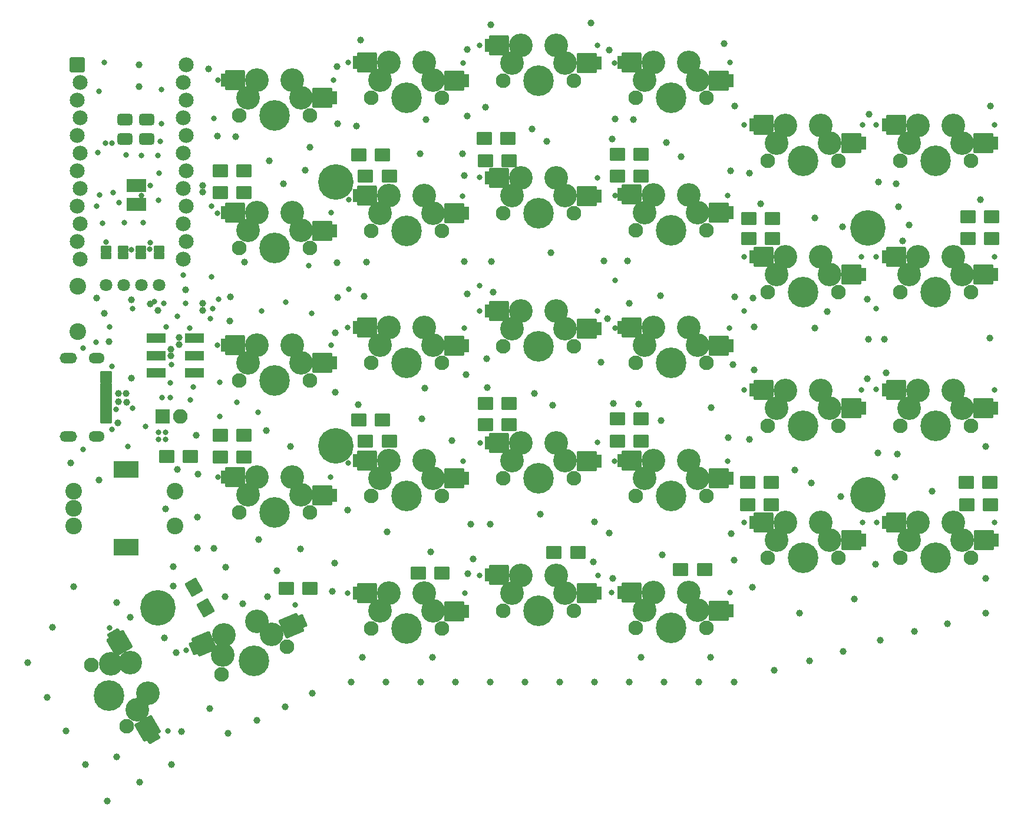
<source format=gts>
G04 #@! TF.GenerationSoftware,KiCad,Pcbnew,9.0.0*
G04 #@! TF.CreationDate,2025-03-22T23:19:33+08:00*
G04 #@! TF.ProjectId,SofleKeyboard,536f666c-654b-4657-9962-6f6172642e6b,rev?*
G04 #@! TF.SameCoordinates,Original*
G04 #@! TF.FileFunction,Soldermask,Top*
G04 #@! TF.FilePolarity,Negative*
%FSLAX46Y46*%
G04 Gerber Fmt 4.6, Leading zero omitted, Abs format (unit mm)*
G04 Created by KiCad (PCBNEW 9.0.0) date 2025-03-22 23:19:33*
%MOMM*%
%LPD*%
G01*
G04 APERTURE LIST*
G04 Aperture macros list*
%AMRoundRect*
0 Rectangle with rounded corners*
0 $1 Rounding radius*
0 $2 $3 $4 $5 $6 $7 $8 $9 X,Y pos of 4 corners*
0 Add a 4 corners polygon primitive as box body*
4,1,4,$2,$3,$4,$5,$6,$7,$8,$9,$2,$3,0*
0 Add four circle primitives for the rounded corners*
1,1,$1+$1,$2,$3*
1,1,$1+$1,$4,$5*
1,1,$1+$1,$6,$7*
1,1,$1+$1,$8,$9*
0 Add four rect primitives between the rounded corners*
20,1,$1+$1,$2,$3,$4,$5,0*
20,1,$1+$1,$4,$5,$6,$7,0*
20,1,$1+$1,$6,$7,$8,$9,0*
20,1,$1+$1,$8,$9,$2,$3,0*%
%AMFreePoly0*
4,1,45,2.776539,1.434775,2.811894,1.420130,2.884485,1.368623,2.920130,1.311894,2.934775,1.276539,2.950000,1.200000,2.950000,-0.800000,2.934775,-0.876539,2.920130,-0.911894,2.868623,-0.984485,2.862166,-0.990013,2.854546,-0.996261,2.838675,-1.008013,2.238675,-1.408013,2.185689,-1.433022,2.157954,-1.441419,2.100000,-1.450000,0.300000,-1.450000,0.223461,-1.434775,0.188106,-1.420130,
0.115515,-1.368623,0.079870,-1.311894,0.065225,-1.276539,0.050000,-1.200000,0.050000,-0.950000,-0.350000,-0.950000,-0.436777,-0.930194,-0.506366,-0.874698,-0.544986,-0.794504,-0.550000,-0.750000,-0.550000,0.750000,-0.530194,0.836777,-0.474698,0.906366,-0.394504,0.944986,-0.350000,0.950000,0.050000,0.950000,0.050000,1.200000,0.065225,1.276539,0.079870,1.311894,0.131377,1.384485,
0.188106,1.420130,0.223461,1.434775,0.300000,1.450000,2.700000,1.450000,2.776539,1.434775,2.776539,1.434775,$1*%
%AMFreePoly1*
4,1,41,-0.323461,1.434775,-0.288106,1.420130,-0.215515,1.368623,-0.179870,1.311894,-0.165225,1.276539,-0.150000,1.200000,-0.150000,0.950000,0.350000,0.950000,0.436777,0.930194,0.506366,0.874698,0.544986,0.794504,0.550000,0.750000,0.550000,-0.750000,0.530194,-0.836777,0.474698,-0.906366,0.394504,-0.944986,0.350000,-0.950000,-0.150000,-0.950000,-0.150000,-1.200000,-0.165225,-1.276539,
-0.179870,-1.311894,-0.231377,-1.384485,-0.288106,-1.420130,-0.323461,-1.434775,-0.400000,-1.450000,-2.800000,-1.450000,-2.876539,-1.434775,-2.911894,-1.420130,-2.984485,-1.368623,-3.020130,-1.311894,-3.034775,-1.276539,-3.050000,-1.200000,-3.050000,1.200000,-3.034775,1.276539,-3.020130,1.311894,-2.968623,1.384485,-2.911894,1.420130,-2.876539,1.434775,-2.800000,1.450000,-0.400000,1.450000,
-0.323461,1.434775,-0.323461,1.434775,$1*%
%AMFreePoly2*
4,1,23,0.586777,0.930194,0.656366,0.874698,0.666410,0.860940,1.166410,0.110940,1.198065,0.027751,1.190491,-0.060935,1.166410,-0.110940,0.666410,-0.860940,0.601795,-0.922156,0.517019,-0.949275,0.500000,-0.950000,-0.500000,-0.950000,-0.586777,-0.930194,-0.656366,-0.874698,-0.694986,-0.794504,-0.700000,-0.750000,-0.700000,0.750000,-0.680194,0.836777,-0.624698,0.906366,-0.544504,0.944986,
-0.500000,0.950000,0.500000,0.950000,0.586777,0.930194,0.586777,0.930194,$1*%
%AMFreePoly3*
4,1,24,0.586777,0.930194,0.656366,0.874698,0.694986,0.794504,0.700000,0.750000,0.700000,-0.750000,0.680194,-0.836777,0.624698,-0.906366,0.544504,-0.944986,0.500000,-0.950000,-0.650000,-0.950000,-0.736777,-0.930194,-0.806366,-0.874698,-0.844986,-0.794504,-0.844986,-0.705496,-0.816410,-0.639060,-0.390370,0.000000,-0.816410,0.639060,-0.848065,0.722249,-0.840491,0.810935,-0.795188,0.887551,
-0.721129,0.936924,-0.650000,0.950000,0.500000,0.950000,0.586777,0.930194,0.586777,0.930194,$1*%
G04 Aperture macros list end*
%ADD10C,5.100000*%
%ADD11RoundRect,0.200000X-0.876300X0.876300X-0.876300X-0.876300X0.876300X-0.876300X0.876300X0.876300X0*%
%ADD12C,2.152600*%
%ADD13RoundRect,0.200000X0.571500X-0.317500X0.571500X0.317500X-0.571500X0.317500X-0.571500X-0.317500X0*%
%ADD14RoundRect,0.200000X-0.900000X-0.750000X0.900000X-0.750000X0.900000X0.750000X-0.900000X0.750000X0*%
%ADD15RoundRect,0.200000X-1.099519X0.404423X-0.199519X-1.154423X1.099519X-0.404423X0.199519X1.154423X0*%
%ADD16C,2.100000*%
%ADD17C,3.400000*%
%ADD18C,4.400000*%
%ADD19FreePoly0,0.000000*%
%ADD20FreePoly1,0.000000*%
%ADD21FreePoly0,300.000000*%
%ADD22FreePoly1,300.000000*%
%ADD23FreePoly0,23.000000*%
%ADD24FreePoly1,23.000000*%
%ADD25C,1.797000*%
%ADD26C,2.400000*%
%ADD27RoundRect,0.200000X-1.600000X-1.000000X1.600000X-1.000000X1.600000X1.000000X-1.600000X1.000000X0*%
%ADD28FreePoly2,180.000000*%
%ADD29FreePoly3,180.000000*%
%ADD30FreePoly2,0.000000*%
%ADD31FreePoly3,0.000000*%
%ADD32RoundRect,0.200000X0.850000X-0.850000X0.850000X0.850000X-0.850000X0.850000X-0.850000X-0.850000X0*%
%ADD33O,2.100000X2.100000*%
%ADD34RoundRect,0.102000X-1.250000X0.600000X-1.250000X-0.600000X1.250000X-0.600000X1.250000X0.600000X0*%
%ADD35RoundRect,0.200000X-0.650000X0.300000X-0.650000X-0.300000X0.650000X-0.300000X0.650000X0.300000X0*%
%ADD36RoundRect,0.200000X-0.650000X0.150000X-0.650000X-0.150000X0.650000X-0.150000X0.650000X0.150000X0*%
%ADD37O,2.300000X1.500000*%
%ADD38O,2.500000X1.500000*%
%ADD39RoundRect,0.330000X-0.745000X0.495000X-0.745000X-0.495000X0.745000X-0.495000X0.745000X0.495000X0*%
%ADD40C,0.800000*%
%ADD41C,1.000000*%
G04 APERTURE END LIST*
D10*
X129300000Y-59600000D03*
X205800000Y-66210000D03*
X205800000Y-104510000D03*
X103800000Y-120810000D03*
D11*
X92151400Y-42740000D03*
D12*
X92608600Y-45280000D03*
X92151400Y-47820000D03*
X92608600Y-50360000D03*
X92151400Y-52900000D03*
X92608600Y-55440000D03*
X92151400Y-57980000D03*
X92608600Y-60520000D03*
X92151400Y-63060000D03*
X92608600Y-65600000D03*
X92151400Y-68140000D03*
X92608600Y-70680000D03*
X107391400Y-70680000D03*
X107848600Y-68140000D03*
X107391400Y-65600000D03*
X107848600Y-63060000D03*
X107391400Y-60520000D03*
X107848600Y-57980000D03*
X107391400Y-55440000D03*
X107848600Y-52900000D03*
X107391400Y-50360000D03*
X107848600Y-47820000D03*
X107391400Y-45280000D03*
X107848600Y-42740000D03*
D13*
X103900000Y-70200380D03*
X103900000Y-69199620D03*
X101300000Y-70200380D03*
X101300000Y-69199620D03*
X98800000Y-70200380D03*
X98800000Y-69199620D03*
D14*
X112700000Y-58000000D03*
X116100000Y-58000000D03*
X132600000Y-55700000D03*
X136000000Y-55700000D03*
X150700000Y-53300000D03*
X154100000Y-53300000D03*
X169800000Y-55600000D03*
X173200000Y-55600000D03*
X188700000Y-64800000D03*
X192100000Y-64800000D03*
X220200000Y-64600000D03*
X223600000Y-64600000D03*
X112700000Y-61100000D03*
X116100000Y-61100000D03*
X133600000Y-58700000D03*
X137000000Y-58700000D03*
X150800000Y-56500000D03*
X154200000Y-56500000D03*
X169800000Y-58700000D03*
X173200000Y-58700000D03*
X188700000Y-67700000D03*
X192100000Y-67700000D03*
X220200000Y-67700000D03*
X223600000Y-67700000D03*
X112700000Y-96000000D03*
X116100000Y-96000000D03*
X132600000Y-93800000D03*
X136000000Y-93800000D03*
X150800000Y-91400000D03*
X154200000Y-91400000D03*
X169800000Y-93600000D03*
X173200000Y-93600000D03*
X188500000Y-102800000D03*
X191900000Y-102800000D03*
X219900000Y-102800000D03*
X223300000Y-102800000D03*
X112700000Y-99100000D03*
X116100000Y-99100000D03*
X133600000Y-96800000D03*
X137000000Y-96800000D03*
X150800000Y-94500000D03*
X154200000Y-94500000D03*
X169800000Y-96800000D03*
X173200000Y-96800000D03*
X188500000Y-106000000D03*
X191900000Y-106000000D03*
X220000000Y-106000000D03*
X223400000Y-106000000D03*
X105000000Y-99010000D03*
X108400000Y-99010000D03*
D15*
X108950000Y-117827757D03*
X110650000Y-120772243D03*
D14*
X122200000Y-118000000D03*
X125600000Y-118000000D03*
X141200000Y-115800000D03*
X144600000Y-115800000D03*
X160700000Y-112810000D03*
X164100000Y-112810000D03*
D16*
X115420000Y-50000000D03*
D17*
X116690000Y-47459999D03*
X117960000Y-44920000D03*
D18*
X120500000Y-50000000D03*
D17*
X123040000Y-44920000D03*
X124310000Y-47460000D03*
D16*
X125580000Y-50000000D03*
D19*
X113300000Y-44900000D03*
D20*
X129000000Y-47500000D03*
D16*
X115420000Y-69100000D03*
D17*
X116690000Y-66559999D03*
X117960000Y-64020000D03*
D18*
X120500000Y-69100000D03*
D17*
X123040000Y-64020000D03*
X124310000Y-66560000D03*
D16*
X125580000Y-69100000D03*
D19*
X113300000Y-64000000D03*
D20*
X129000000Y-66600000D03*
D16*
X115420000Y-88100000D03*
D17*
X116690000Y-85559999D03*
X117960000Y-83020000D03*
D18*
X120500000Y-88100000D03*
D17*
X123040000Y-83020000D03*
X124310000Y-85560000D03*
D16*
X125580000Y-88100000D03*
D19*
X113300000Y-83000000D03*
D20*
X129000000Y-85600000D03*
D16*
X115420000Y-107100000D03*
D17*
X116690000Y-104559999D03*
X117960000Y-102020000D03*
D18*
X120500000Y-107100000D03*
D17*
X123040000Y-102020000D03*
X124310000Y-104560000D03*
D16*
X125580000Y-107100000D03*
D19*
X113300000Y-102000000D03*
D20*
X129000000Y-104600000D03*
D16*
X94160000Y-129010591D03*
D17*
X96994705Y-128840443D03*
X99829409Y-128670295D03*
D18*
X96700000Y-133410000D03*
D17*
X102369409Y-133069705D03*
X100804705Y-135439557D03*
D16*
X99240000Y-137809409D03*
D21*
X97516730Y-124624617D03*
D22*
X103115064Y-139521216D03*
D16*
X112923835Y-130384914D03*
D17*
X113100419Y-127550602D03*
X113277004Y-124716292D03*
D18*
X117600000Y-128400000D03*
D17*
X117953168Y-122731378D03*
X120114666Y-124573232D03*
D16*
X122276165Y-126415086D03*
D23*
X108979636Y-126518689D03*
D24*
X124447463Y-122777523D03*
D16*
X134420000Y-123800000D03*
D17*
X135690000Y-121259999D03*
X136960000Y-118720000D03*
D18*
X139500000Y-123800000D03*
D17*
X142040000Y-118720000D03*
X143310000Y-121260000D03*
D16*
X144580000Y-123800000D03*
D19*
X132300000Y-118700000D03*
D20*
X148000000Y-121300000D03*
D16*
X153420000Y-121200000D03*
D17*
X154690000Y-118659999D03*
X155960000Y-116120000D03*
D18*
X158500000Y-121200000D03*
D17*
X161040000Y-116120000D03*
X162310000Y-118660000D03*
D16*
X163580000Y-121200000D03*
D19*
X151300000Y-116100000D03*
D20*
X167000000Y-118700000D03*
D13*
X96300000Y-70200380D03*
X96300000Y-69199620D03*
D25*
X96300000Y-74410000D03*
X98840000Y-74410000D03*
X101380000Y-74410000D03*
X103920000Y-74410000D03*
D14*
X178900000Y-115310000D03*
X182300000Y-115310000D03*
D16*
X134420000Y-85600000D03*
D17*
X135690000Y-83059999D03*
X136960000Y-80520000D03*
D18*
X139500000Y-85600000D03*
D17*
X142040000Y-80520000D03*
X143310000Y-83060000D03*
D16*
X144580000Y-85600000D03*
D19*
X132300000Y-80500000D03*
D20*
X148000000Y-83100000D03*
D16*
X134420000Y-104700000D03*
D17*
X135690000Y-102159999D03*
X136960000Y-99620000D03*
D18*
X139500000Y-104700000D03*
D17*
X142040000Y-99620000D03*
X143310000Y-102160000D03*
D16*
X144580000Y-104700000D03*
D19*
X132300000Y-99600000D03*
D20*
X148000000Y-102200000D03*
D16*
X134420000Y-66600000D03*
D17*
X135690000Y-64059999D03*
X136960000Y-61520000D03*
D18*
X139500000Y-66600000D03*
D17*
X142040000Y-61520000D03*
X143310000Y-64060000D03*
D16*
X144580000Y-66600000D03*
D19*
X132300000Y-61500000D03*
D20*
X148000000Y-64100000D03*
D16*
X134420000Y-47500000D03*
D17*
X135690000Y-44959999D03*
X136960000Y-42420000D03*
D18*
X139500000Y-47500000D03*
D17*
X142040000Y-42420000D03*
X143310000Y-44960000D03*
D16*
X144580000Y-47500000D03*
D19*
X132300000Y-42400000D03*
D20*
X148000000Y-45000000D03*
D16*
X153420000Y-83200000D03*
D17*
X154690000Y-80659999D03*
X155960000Y-78120000D03*
D18*
X158500000Y-83200000D03*
D17*
X161040000Y-78120000D03*
X162310000Y-80660000D03*
D16*
X163580000Y-83200000D03*
D19*
X151300000Y-78100000D03*
D20*
X167000000Y-80700000D03*
D16*
X153420000Y-45010000D03*
D17*
X154690000Y-42469999D03*
X155960000Y-39930000D03*
D18*
X158500000Y-45010000D03*
D17*
X161040000Y-39930000D03*
X162310000Y-42470000D03*
D16*
X163580000Y-45010000D03*
D19*
X151300000Y-39910000D03*
D20*
X167000000Y-42510000D03*
D16*
X153420000Y-64100000D03*
D17*
X154690000Y-61559999D03*
X155960000Y-59020000D03*
D18*
X158500000Y-64100000D03*
D17*
X161040000Y-59020000D03*
X162310000Y-61560000D03*
D16*
X163580000Y-64100000D03*
D19*
X151300000Y-59000000D03*
D20*
X167000000Y-61600000D03*
D16*
X153420000Y-102200000D03*
D17*
X154690000Y-99659999D03*
X155960000Y-97120000D03*
D18*
X158500000Y-102200000D03*
D17*
X161040000Y-97120000D03*
X162310000Y-99660000D03*
D16*
X163580000Y-102200000D03*
D19*
X151300000Y-97100000D03*
D20*
X167000000Y-99700000D03*
D16*
X172420000Y-104700000D03*
D17*
X173690000Y-102159999D03*
X174960000Y-99620000D03*
D18*
X177500000Y-104700000D03*
D17*
X180040000Y-99620000D03*
X181310000Y-102160000D03*
D16*
X182580000Y-104700000D03*
D19*
X170300000Y-99600000D03*
D20*
X186000000Y-102200000D03*
D16*
X172420000Y-66500000D03*
D17*
X173690000Y-63959999D03*
X174960000Y-61420000D03*
D18*
X177500000Y-66500000D03*
D17*
X180040000Y-61420000D03*
X181310000Y-63960000D03*
D16*
X182580000Y-66500000D03*
D19*
X170300000Y-61400000D03*
D20*
X186000000Y-64000000D03*
D16*
X172420000Y-123700000D03*
D17*
X173690000Y-121159999D03*
X174960000Y-118620000D03*
D18*
X177500000Y-123700000D03*
D17*
X180040000Y-118620000D03*
X181310000Y-121160000D03*
D16*
X182580000Y-123700000D03*
D19*
X170300000Y-118600000D03*
D20*
X186000000Y-121200000D03*
D16*
X172420000Y-85600000D03*
D17*
X173690000Y-83059999D03*
X174960000Y-80520000D03*
D18*
X177500000Y-85600000D03*
D17*
X180040000Y-80520000D03*
X181310000Y-83060000D03*
D16*
X182580000Y-85600000D03*
D19*
X170300000Y-80500000D03*
D20*
X186000000Y-83100000D03*
D16*
X172420000Y-47500000D03*
D17*
X173690000Y-44959999D03*
X174960000Y-42420000D03*
D18*
X177500000Y-47500000D03*
D17*
X180040000Y-42420000D03*
X181310000Y-44960000D03*
D16*
X182580000Y-47500000D03*
D19*
X170300000Y-42400000D03*
D20*
X186000000Y-45000000D03*
D16*
X191420000Y-56500000D03*
D17*
X192690000Y-53959999D03*
X193960000Y-51420000D03*
D18*
X196500000Y-56500000D03*
D17*
X199040000Y-51420000D03*
X200310000Y-53960000D03*
D16*
X201580000Y-56500000D03*
D19*
X189300000Y-51400000D03*
D20*
X205000000Y-54000000D03*
D16*
X191420000Y-113600000D03*
D17*
X192690000Y-111059999D03*
X193960000Y-108520000D03*
D18*
X196500000Y-113600000D03*
D17*
X199040000Y-108520000D03*
X200310000Y-111060000D03*
D16*
X201580000Y-113600000D03*
D19*
X189300000Y-108500000D03*
D20*
X205000000Y-111100000D03*
D16*
X210420000Y-94600000D03*
D17*
X211690000Y-92059999D03*
X212960000Y-89520000D03*
D18*
X215500000Y-94600000D03*
D17*
X218040000Y-89520000D03*
X219310000Y-92060000D03*
D16*
X220580000Y-94600000D03*
D19*
X208300000Y-89500000D03*
D20*
X224000000Y-92100000D03*
D16*
X210470000Y-113600000D03*
D17*
X211740000Y-111059999D03*
X213010000Y-108520000D03*
D18*
X215550000Y-113600000D03*
D17*
X218090000Y-108520000D03*
X219360000Y-111060000D03*
D16*
X220630000Y-113600000D03*
D19*
X208350000Y-108500000D03*
D20*
X224050000Y-111100000D03*
D16*
X210420000Y-56500000D03*
D17*
X211690000Y-53959999D03*
X212960000Y-51420000D03*
D18*
X215500000Y-56500000D03*
D17*
X218040000Y-51420000D03*
X219310000Y-53960000D03*
D16*
X220580000Y-56500000D03*
D19*
X208300000Y-51400000D03*
D20*
X224000000Y-54000000D03*
D16*
X210420000Y-75400000D03*
D17*
X211690000Y-72859999D03*
X212960000Y-70320000D03*
D18*
X215500000Y-75400000D03*
D17*
X218040000Y-70320000D03*
X219310000Y-72860000D03*
D16*
X220580000Y-75400000D03*
D19*
X208300000Y-70300000D03*
D20*
X224000000Y-72900000D03*
D16*
X191420000Y-94600000D03*
D17*
X192690000Y-92059999D03*
X193960000Y-89520000D03*
D18*
X196500000Y-94600000D03*
D17*
X199040000Y-89520000D03*
X200310000Y-92060000D03*
D16*
X201580000Y-94600000D03*
D19*
X189300000Y-89500000D03*
D20*
X205000000Y-92100000D03*
D16*
X191420000Y-75400000D03*
D17*
X192690000Y-72859999D03*
X193960000Y-70320000D03*
D18*
X196500000Y-75400000D03*
D17*
X199040000Y-70320000D03*
X200310000Y-72860000D03*
D16*
X201580000Y-75400000D03*
D19*
X189300000Y-70300000D03*
D20*
X205000000Y-72900000D03*
D10*
X129300000Y-97510000D03*
D26*
X91700000Y-104000000D03*
X91700000Y-109000000D03*
X91700000Y-106500000D03*
D27*
X99200000Y-100900000D03*
X99200000Y-112100000D03*
D26*
X106200000Y-109000000D03*
X106200000Y-104000000D03*
D28*
X101425000Y-62810000D03*
D29*
X99975000Y-62810000D03*
D30*
X99950000Y-60110000D03*
D31*
X101400000Y-60110000D03*
D26*
X92280000Y-81052000D03*
X92280000Y-74552000D03*
D32*
X104405000Y-93252000D03*
D33*
X106945000Y-93252000D03*
D34*
X103480000Y-82052000D03*
X103480000Y-84552000D03*
X103480000Y-87052000D03*
X108980000Y-82052000D03*
X108980000Y-84552000D03*
X108980000Y-87052000D03*
D35*
X96290000Y-87262000D03*
X96290000Y-88062000D03*
D36*
X96290000Y-89262000D03*
X96290000Y-90262000D03*
X96290000Y-90762000D03*
X96290000Y-91762000D03*
D35*
X96290000Y-92962000D03*
X96290000Y-93762000D03*
X96290000Y-93762000D03*
X96290000Y-92962000D03*
D36*
X96290000Y-92262000D03*
X96290000Y-91262000D03*
X96290000Y-89762000D03*
X96290000Y-88762000D03*
D35*
X96290000Y-88062000D03*
X96290000Y-87262000D03*
D37*
X94940000Y-84892000D03*
D38*
X90940000Y-84892000D03*
D37*
X94940000Y-96132000D03*
D38*
X90940000Y-96132000D03*
D39*
X102200000Y-50610000D03*
X102200000Y-50610000D03*
X102200000Y-53410000D03*
X102200000Y-53410000D03*
X99000000Y-50610000D03*
X99000000Y-50610000D03*
X99000000Y-53410000D03*
X99000000Y-53410000D03*
D38*
X90940000Y-96132000D03*
D37*
X94940000Y-96132000D03*
D38*
X90940000Y-84892000D03*
D37*
X94940000Y-84892000D03*
D40*
X129000000Y-44910000D03*
X147600000Y-42500000D03*
X166900000Y-39910000D03*
X186000000Y-42410000D03*
X205000000Y-51410000D03*
X224000000Y-51410000D03*
X128700000Y-64000000D03*
X147500000Y-61600000D03*
X166900000Y-59010000D03*
X185600000Y-61500000D03*
X204900000Y-70310000D03*
X224000000Y-70310000D03*
X128700000Y-83000002D03*
X147800000Y-80600000D03*
X166900000Y-78110000D03*
X185900000Y-80600000D03*
X204900000Y-89510000D03*
X224000000Y-89510000D03*
X128600000Y-102000000D03*
X147600000Y-99700000D03*
X166900000Y-97010000D03*
X185600000Y-99700000D03*
X205000000Y-108510000D03*
X224000000Y-108510000D03*
X105200000Y-138510000D03*
X123500000Y-120410000D03*
X147900000Y-118710000D03*
D41*
X102640000Y-77082000D03*
D40*
X103278891Y-76750891D03*
X99988501Y-69316621D03*
D41*
X96290000Y-92962000D03*
X96290000Y-88062000D03*
D40*
X103930000Y-58352000D03*
D41*
X188750000Y-96610000D03*
X142330000Y-50652000D03*
X166500000Y-108460000D03*
D40*
X96300000Y-68200000D03*
D41*
X104880000Y-106552000D03*
X222730000Y-116552000D03*
D40*
X108380000Y-80602000D03*
D41*
X176030000Y-75902000D03*
D40*
X111480000Y-63052000D03*
D41*
X109530000Y-101602000D03*
X129280000Y-81252000D03*
X183255000Y-92052000D03*
X99780000Y-122152000D03*
X149030000Y-113752000D03*
X186530000Y-131452000D03*
X172080000Y-50602000D03*
X195930000Y-121552000D03*
X99930000Y-87752000D03*
X222730000Y-121552000D03*
X208430000Y-87002000D03*
X105680000Y-143352000D03*
D40*
X97130000Y-86052000D03*
D41*
X157530000Y-52002000D03*
X148080000Y-87302000D03*
X101080000Y-42752000D03*
X167430000Y-85452000D03*
X161530000Y-131452000D03*
X146030000Y-96727000D03*
D40*
X105580000Y-90602000D03*
D41*
X201890000Y-104782000D03*
X133180000Y-127877000D03*
X189250000Y-76260000D03*
X115950000Y-120210000D03*
X168630000Y-40652000D03*
X151580000Y-36952000D03*
X203805000Y-119527000D03*
X202130000Y-66052000D03*
D40*
X107430000Y-73002000D03*
D41*
X209850000Y-59810000D03*
X189450000Y-86610000D03*
X104730000Y-125152000D03*
X101180000Y-145852000D03*
D40*
X96830000Y-80452000D03*
D41*
X121830000Y-59802000D03*
X166300000Y-114210000D03*
D40*
X103780000Y-55752000D03*
D41*
X156530000Y-131452000D03*
X160230000Y-69777000D03*
X94930000Y-76252000D03*
X133700000Y-71060000D03*
X169480000Y-50502000D03*
X199980000Y-78202000D03*
X128850000Y-118410000D03*
X173180000Y-127877000D03*
X207280000Y-59602000D03*
X176280000Y-113152000D03*
X113880000Y-138802000D03*
D40*
X103880000Y-96552000D03*
D41*
X143180000Y-127877000D03*
X122830000Y-97602000D03*
X119780000Y-56502000D03*
X114080000Y-79552000D03*
X210180000Y-63152000D03*
X198130000Y-64752000D03*
X118205000Y-111002000D03*
X159680000Y-53702000D03*
X93380000Y-143352000D03*
D40*
X95130000Y-55352000D03*
D41*
X124250000Y-112360000D03*
X132280000Y-51552000D03*
X168330000Y-79252000D03*
X205730000Y-76402000D03*
X141730000Y-93602000D03*
X141530000Y-131452000D03*
D40*
X96080000Y-42402000D03*
D41*
X171530000Y-131452000D03*
X147530000Y-55502000D03*
D40*
X101630000Y-65452000D03*
D41*
X176080000Y-93852000D03*
X106530000Y-100902000D03*
X129580000Y-76152000D03*
D40*
X101430000Y-55752000D03*
D41*
X98030000Y-94252000D03*
D40*
X112680000Y-93252000D03*
D41*
X151650000Y-71010000D03*
X207230000Y-98502000D03*
X129280000Y-89852000D03*
X195280000Y-101002000D03*
X205730000Y-87852000D03*
X114980000Y-53060000D03*
X107130000Y-138552000D03*
X205980000Y-49852000D03*
D40*
X111330000Y-79252000D03*
D41*
X96030000Y-78452000D03*
X119500000Y-119160000D03*
X129580000Y-51202000D03*
X107730000Y-75052000D03*
X118030000Y-137002000D03*
X119303662Y-95296143D03*
X206930000Y-114502000D03*
D40*
X105730000Y-85852000D03*
D41*
X91680000Y-117752000D03*
D40*
X104380000Y-90602000D03*
D41*
X223380000Y-48702000D03*
D40*
X115130000Y-91252000D03*
D41*
X186380000Y-85852000D03*
X129180000Y-114352000D03*
X208200000Y-82160000D03*
X150830000Y-48852000D03*
X183180000Y-127877000D03*
X197430000Y-128452000D03*
X109305000Y-96002000D03*
X197630000Y-102852000D03*
X190380000Y-62752000D03*
D40*
X95330000Y-46552000D03*
X102030000Y-94752000D03*
D41*
X91230000Y-100002000D03*
X151080000Y-89152000D03*
X221930000Y-62152000D03*
X113400000Y-119160000D03*
D40*
X125430000Y-71602000D03*
X118680000Y-78102000D03*
X104830000Y-96552000D03*
D41*
X189480000Y-80402000D03*
D40*
X105530000Y-88452000D03*
D41*
X125630000Y-54552000D03*
X176830000Y-53952000D03*
X141430000Y-55552000D03*
X148700000Y-108760000D03*
X169230000Y-91452000D03*
X186130000Y-110102000D03*
D40*
X104630000Y-77002000D03*
D41*
X87880000Y-133702000D03*
D40*
X92980000Y-98002000D03*
D41*
X99930000Y-76502000D03*
D40*
X95800000Y-65510000D03*
D41*
X168580000Y-110052000D03*
X112330000Y-53010000D03*
X142130000Y-89252000D03*
X132530000Y-91602000D03*
X124930000Y-57902000D03*
X122030000Y-135052000D03*
D40*
X96229300Y-53980700D03*
D41*
X185130000Y-39652000D03*
X132930000Y-39152000D03*
D40*
X92980000Y-83452000D03*
X122130000Y-76852000D03*
D41*
X198180000Y-80602000D03*
D40*
X112680000Y-88402000D03*
D41*
X129480000Y-71152000D03*
D40*
X103830000Y-62252000D03*
D41*
X209650000Y-102022000D03*
X176530000Y-131452000D03*
D40*
X111830000Y-50452000D03*
X97730000Y-92262000D03*
D41*
X148180000Y-40552000D03*
X101030000Y-45902000D03*
X178980000Y-55952000D03*
X148300000Y-115910000D03*
X125980000Y-133102000D03*
X85080000Y-128702000D03*
X186680000Y-48652000D03*
D40*
X104280000Y-46252000D03*
D41*
X181530000Y-131452000D03*
X223280000Y-82002000D03*
X158730000Y-107327000D03*
D40*
X99430000Y-97602000D03*
X108430000Y-90952000D03*
X107780000Y-77002000D03*
D41*
X171230000Y-70902000D03*
X88580000Y-123552000D03*
X148230000Y-75702000D03*
D40*
X94880000Y-82652000D03*
D41*
X169030000Y-53402000D03*
X185730000Y-96352000D03*
X114180000Y-76102000D03*
X95330000Y-102452000D03*
X120850000Y-115460000D03*
X166530000Y-131452000D03*
X148180000Y-50102000D03*
X186030000Y-58002000D03*
X146530000Y-131452000D03*
X109480000Y-107802000D03*
X136530000Y-131452000D03*
X105950000Y-114860000D03*
D40*
X104300000Y-51210000D03*
D41*
X147805000Y-58677000D03*
X172880000Y-91502000D03*
D40*
X111680000Y-77802000D03*
X108864243Y-89022905D03*
D41*
X111080000Y-43352000D03*
X106350000Y-127210000D03*
X205850000Y-82210000D03*
D40*
X106530000Y-78902000D03*
D41*
X131530000Y-131452000D03*
X212480000Y-124202000D03*
X136680000Y-109902000D03*
D40*
X103880000Y-95552000D03*
D41*
X214980000Y-104052000D03*
D40*
X125830000Y-78452000D03*
D41*
X210030000Y-98702000D03*
D40*
X104830000Y-95552000D03*
D41*
X97880000Y-142227000D03*
X211680000Y-65752000D03*
X113500000Y-114960000D03*
D40*
X118130000Y-92702000D03*
D41*
X207530000Y-125452000D03*
X210755000Y-68052000D03*
X129530000Y-43002000D03*
X186550000Y-113910000D03*
X103730000Y-78052000D03*
X202230000Y-127052000D03*
X165980000Y-36752000D03*
X151930000Y-75402000D03*
X160480000Y-91702000D03*
D40*
X99180000Y-55702000D03*
D41*
X171530000Y-77002000D03*
X109450000Y-112210000D03*
D40*
X98930000Y-65452000D03*
D41*
X157830000Y-90002000D03*
X150980000Y-84952000D03*
X96480000Y-148552000D03*
X167880000Y-70902000D03*
D40*
X100130000Y-77752000D03*
D41*
X111800000Y-112260000D03*
X116230000Y-71127000D03*
X111205000Y-135252000D03*
X105930000Y-117702000D03*
D40*
X97130000Y-95152000D03*
X111430000Y-73202000D03*
D41*
X131005000Y-106727000D03*
D40*
X104105000Y-53777000D03*
D41*
X151530000Y-131452000D03*
X186650000Y-76110000D03*
X189200000Y-117810000D03*
X188780000Y-58302000D03*
D40*
X100130000Y-92102000D03*
D41*
X142980000Y-112752000D03*
D40*
X95380000Y-61452000D03*
D41*
X192330000Y-129802000D03*
X151550000Y-108810000D03*
D40*
X95000000Y-63060000D03*
D41*
X222700000Y-97560000D03*
X97800000Y-120010000D03*
X147800000Y-71010000D03*
X133380000Y-76052000D03*
X96730000Y-82552000D03*
D40*
X104930000Y-80452000D03*
D41*
X217230000Y-123052000D03*
X90580000Y-138502000D03*
X169100000Y-116560000D03*
D40*
X207100000Y-108510000D03*
X169000000Y-118610000D03*
X207000000Y-89410000D03*
X207000000Y-51410000D03*
X207000000Y-70310000D03*
X207000000Y-77810000D03*
X188000000Y-51410000D03*
X188000000Y-70310000D03*
X188000000Y-78110000D03*
X188000000Y-89510000D03*
X188000000Y-108510000D03*
X150000000Y-116110000D03*
X131000000Y-118710000D03*
X169400000Y-99700000D03*
X169500000Y-73710000D03*
X169500000Y-61500000D03*
X169400000Y-42500000D03*
X169500000Y-80600000D03*
X150000000Y-58910000D03*
X107800000Y-126910000D03*
X150000000Y-39910000D03*
X150000000Y-74460000D03*
X150000000Y-78110000D03*
X150100000Y-97110000D03*
X131200000Y-62110000D03*
X131100000Y-42410000D03*
X131200000Y-75010000D03*
X131100000Y-100010000D03*
X96800000Y-123710000D03*
X131000000Y-80510000D03*
X102700000Y-60110000D03*
X102700000Y-68300000D03*
X101400000Y-61510000D03*
X102600000Y-69200000D03*
X167000000Y-116110000D03*
X97200000Y-54010000D03*
X186000000Y-118610000D03*
X112400000Y-101999990D03*
X112399986Y-44900000D03*
X112499999Y-76410001D03*
X112300000Y-83000000D03*
X112300000Y-64100000D03*
X98200000Y-62510000D03*
D41*
X99180000Y-89952000D03*
X99303999Y-91276587D03*
D40*
X97323501Y-61136499D03*
D41*
X98130000Y-89952000D03*
X98130000Y-91152000D03*
X110230000Y-60052000D03*
X105630000Y-83602000D03*
X110180000Y-77052000D03*
X110180000Y-78052000D03*
X110230000Y-61052000D03*
X105630000Y-84552000D03*
X106830000Y-81952000D03*
X106830000Y-82952000D03*
M02*

</source>
